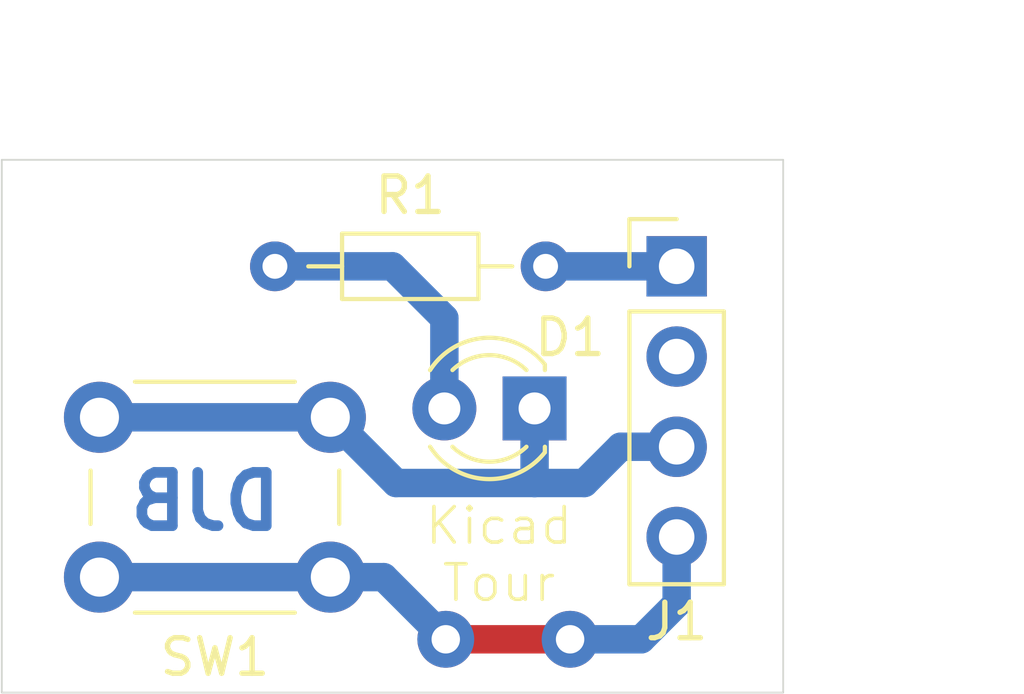
<source format=kicad_pcb>
(kicad_pcb (version 20240108) (generator "pcbnew") (generator_version "8.0")
  (title_block (title "KiCad Tour - Pulsador") (date "2024-10-05") (company "UNLaM - TIT1"))
  (layers (0 "F.Cu" jumper) (31 "B.Cu" signal) (34 "B.Paste" user) (35 "F.Paste" user) (36 "B.SilkS" user "B.Silkscreen") (37 "F.SilkS" user "F.Silkscreen") (38 "B.Mask" user) (39 "F.Mask" user) (44 "Edge.Cuts" user))
  (net 0 "")
  (net 1 "Net-(D1-A)")
  (net 2 "Net-(D1-K)")
  (net 3 "Net-(J1-Pin_4)")
  (net 4 "Net-(J1-Pin_1)")
  (footprint "Resistor_THT:R_Axial_DIN0204_L3.6mm_D1.6mm_P7.62mm_Horizontal" (layer "F.Cu") (at 151.31 106 180)
    (property "Reference" "R1" (at 3.81 2 360) (layer "F.SilkS"))
    (property "Value" "220")
    (fp_line (start 6.68 0) (end 5.73 0) (stroke (width 0.12)) (layer "F.SilkS"))
    (fp_line (start 5.73 0.92) (end 5.73 -0.92) (stroke (width 0.12)) (layer "F.SilkS"))
    (fp_line (start 5.73 -0.92) (end 1.89 -0.92) (stroke (width 0.12)) (layer "F.SilkS"))
    (fp_line (start 1.89 0.92) (end 5.73 0.92) (stroke (width 0.12)) (layer "F.SilkS"))
    (fp_line (start 1.89 -0.92) (end 1.89 0.92) (stroke (width 0.12)) (layer "F.SilkS"))
    (fp_line (start 0.94 0) (end 1.89 0) (stroke (width 0.12)) (layer "F.SilkS"))
    (pad "1" thru_hole circle (at 0 0 180) (size 1.4 1.4) (drill 0.7) (layers "*.Cu" "*.Mask") (net 4 "Net-(J1-Pin_1)"))
    (pad "2" thru_hole oval (at 7.62 0 180) (size 1.4 1.4) (drill 0.7) (layers "*.Cu" "*.Mask") (net 1 "Net-(D1-A)"))
  )
  (footprint "Connector_PinHeader_2.54mm:PinHeader_1x04_P2.54mm_Vertical" (layer "F.Cu") (at 155 106)
    (property "Reference" "J1" (at 0 10 0) (layer "F.SilkS"))
    (property "Value" "Conn_01x04")
    (fp_line (start -1.33 -1.33) (end 0 -1.33) (stroke (width 0.12)) (layer "F.SilkS"))
    (fp_line (start -1.33 0) (end -1.33 -1.33) (stroke (width 0.12)) (layer "F.SilkS"))
    (fp_line (start -1.33 1.27) (end -1.33 8.95) (stroke (width 0.12)) (layer "F.SilkS"))
    (fp_line (start -1.33 1.27) (end 1.33 1.27) (stroke (width 0.12)) (layer "F.SilkS"))
    (fp_line (start -1.33 8.95) (end 1.33 8.95) (stroke (width 0.12)) (layer "F.SilkS"))
    (fp_line (start 1.33 1.27) (end 1.33 8.95) (stroke (width 0.12)) (layer "F.SilkS"))
    (pad "1" thru_hole rect (at 0 0) (size 1.7 1.7) (drill 1) (layers "*.Cu" "*.Mask") (net 4 "Net-(J1-Pin_1)"))
    (pad "2" thru_hole oval (at 0 2.54) (size 1.7 1.7) (drill 1) (layers "*.Cu" "*.Mask"))
    (pad "3" thru_hole oval (at 0 5.08) (size 1.7 1.7) (drill 1) (layers "*.Cu" "*.Mask") (net 2 "Net-(D1-K)"))
    (pad "4" thru_hole oval (at 0 7.62) (size 1.7 1.7) (drill 1) (layers "*.Cu" "*.Mask") (net 3 "Net-(J1-Pin_4)"))
  )
  (footprint "Button_Switch_THT:SW_PUSH_6mm" (layer "F.Cu") (at 145.25 114.75 180)
    (property "Reference" "SW1" (at 3.25 -2.25 360) (layer "F.SilkS"))
    (property "Value" "SW_Push")
    (fp_line (start 6.75 3) (end 6.75 1.5) (stroke (width 0.12)) (layer "F.SilkS"))
    (fp_line (start 5.5 -1) (end 1 -1) (stroke (width 0.12)) (layer "F.SilkS"))
    (fp_line (start 1 5.5) (end 5.5 5.5) (stroke (width 0.12)) (layer "F.SilkS"))
    (fp_line (start -0.25 1.5) (end -0.25 3) (stroke (width 0.12)) (layer "F.SilkS"))
    (pad "1" thru_hole circle (at 0 0 270) (size 2 2) (drill 1.1) (layers "*.Cu" "*.Mask") (net 3 "Net-(J1-Pin_4)"))
    (pad "1" thru_hole circle (at 6.5 0 270) (size 2 2) (drill 1.1) (layers "*.Cu" "*.Mask") (net 3 "Net-(J1-Pin_4)"))
    (pad "2" thru_hole circle (at 0 4.5 270) (size 2 2) (drill 1.1) (layers "*.Cu" "*.Mask") (net 2 "Net-(D1-K)"))
    (pad "2" thru_hole circle (at 6.5 4.5 270) (size 2 2) (drill 1.1) (layers "*.Cu" "*.Mask") (net 2 "Net-(D1-K)"))
  )
  (footprint "MountingHole:MountingHole_2.2mm_M2" (layer "F.Cu") (at 139 106)
    (property "Reference" "H1" (hide yes))
    (property "Value" "MountingHole" (hide yes))
    (pad "" np_thru_hole circle (at 0 0) (size 2.2 2.2) (drill 2.2) (layers "*.Cu" "*.Mask"))
  )
  (footprint "LED_THT:LED_D3.0mm" (layer "F.Cu") (at 151 110 180)
    (property "Reference" "D1" (at -1 2 360) (layer "F.SilkS"))
    (property "Value" "LED 3mm Rojo")
    (fp_line (start -0.29 1.08) (end -0.29 1.236) (stroke (width 0.12)) (layer "F.SilkS"))
    (fp_line (start -0.29 -1.236) (end -0.29 -1.08) (stroke (width 0.12)) (layer "F.SilkS"))
    (fp_arc (start 2.942335 1.078608) (mid 1.366487 1.987659) (end -0.29 1.235516) (stroke (width 0.12)) (layer "F.SilkS"))
    (fp_arc (start 2.31113 1.079837) (mid 1.270117 1.5) (end 0.229039 1.08) (stroke (width 0.12)) (layer "F.SilkS"))
    (fp_arc (start 0.229039 -1.08) (mid 1.270117 -1.5) (end 2.31113 -1.079837) (stroke (width 0.12)) (layer "F.SilkS"))
    (fp_arc (start -0.29 -1.235516) (mid 1.366487 -1.987659) (end 2.942335 -1.078608) (stroke (width 0.12)) (layer "F.SilkS"))
    (pad "1" thru_hole rect (at 0 0 180) (size 1.8 1.8) (drill 0.9) (layers "*.Cu" "*.Mask") (net 2 "Net-(D1-K)"))
    (pad "2" thru_hole circle (at 2.54 0 180) (size 1.8 1.8) (drill 0.9) (layers "*.Cu" "*.Mask") (net 1 "Net-(D1-A)"))
  )
  (gr_rect (start 136 103) (end 158 118) (stroke (width 0.05)) (fill none) (layer "Edge.Cuts"))
  (gr_text "DJB" (at 144 113.5 0) (layer "B.Cu") (effects (font (size 1.5 1.5) (thickness 0.3) (bold yes)) (justify left bottom mirror)))
  (gr_text "Kicad\nTour" (at 150 115.5 0) (layer "F.SilkS") (effects (font (size 1 1) (thickness 0.1)) (justify bottom)))
  (segment (start 143.69 106) (end 147 106) (width 0.8) (layer "B.Cu") (net 1))
  (segment (start 148.46 107.46) (end 148.46 110) (width 0.8) (layer "B.Cu") (net 1))
  (segment (start 147 106) (end 148.46 107.46) (width 0.8) (layer "B.Cu") (net 1))
  (segment (start 147.1 112.1) (end 151 112.1) (width 0.8) (layer "B.Cu") (net 2))
  (segment (start 151 112.1) (end 152.4 112.1) (width 0.8) (layer "B.Cu") (net 2))
  (segment (start 151 110) (end 151 112.1) (width 0.8) (layer "B.Cu") (net 2))
  (segment (start 145.25 110.25) (end 138.75 110.25) (width 0.8) (layer "B.Cu") (net 2))
  (segment (start 152.4 112.1) (end 153.42 111.08) (width 0.8) (layer "B.Cu") (net 2))
  (segment (start 145.25 110.25) (end 147.1 112.1) (width 0.8) (layer "B.Cu") (net 2))
  (segment (start 153.42 111.08) (end 155 111.08) (width 0.8) (layer "B.Cu") (net 2))
  (segment (start 148.5 116.5) (end 152 116.5) (width 0.8) (layer "F.Cu") (net 3))
  (via (at 152 116.5) (size 1.6) (drill 0.8) (layers "F.Cu" "B.Cu") (net 3))
  (via (at 148.5 116.5) (size 1.6) (drill 0.8) (layers "F.Cu" "B.Cu") (net 3))
  (segment (start 152 116.5) (end 154 116.5) (width 0.8) (layer "B.Cu") (net 3))
  (segment (start 146.75 114.75) (end 148.5 116.5) (width 0.8) (layer "B.Cu") (net 3))
  (segment (start 138.75 114.75) (end 145.25 114.75) (width 0.8) (layer "B.Cu") (net 3))
  (segment (start 145.25 114.75) (end 146.75 114.75) (width 0.8) (layer "B.Cu") (net 3))
  (segment (start 155 115.5) (end 155 113.62) (width 0.8) (layer "B.Cu") (net 3))
  (segment (start 154 116.5) (end 155 115.5) (width 0.8) (layer "B.Cu") (net 3))
  (segment (start 155 106) (end 151.31 106) (width 0.8) (layer "B.Cu") (net 4))
)
</source>
